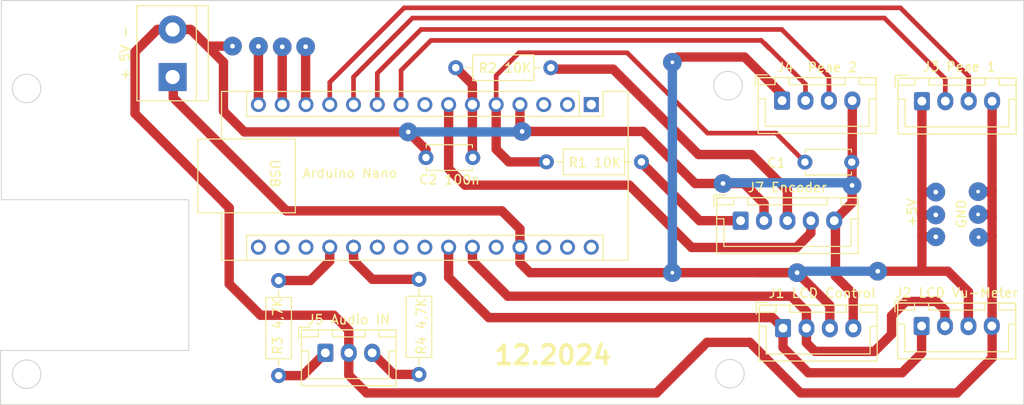
<source format=kicad_pcb>
(kicad_pcb (version 20211014) (generator pcbnew)
  (layers (0 "F.Cu" signal) (31 "B.Cu" signal) (34 "B.Paste" user) (35 "F.Paste" user) (36 "B.SilkS" user "B.Silkscreen") (37 "F.SilkS" user "F.Silkscreen") (38 "B.Mask" user) (39 "F.Mask" user) (44 "Edge.Cuts" user))
  (net 0 "")
  (net 4 "GNDREF")
  (net 5 "Net-(A1-Pad5)")
  (net 6 "Net-(A1-Pad6)")
  (net 7 "Net-(A1-Pad7)")
  (net 9 "Net-(A1-Pad9)")
  (net 10 "Net-(A1-Pad10)")
  (net 11 "Net-(A1-Pad11)")
  (net 12 "Net-(A1-Pad12)")
  (net 13 "Net-(A1-Pad13)")
  (net 14 "Net-(A1-Pad14)")
  (net 15 "unconnected-(A1-Pad15)")
  (net 19 "Net-(A1-Pad19)")
  (net 20 "Net-(A1-Pad20)")
  (net 24 "Net-(A1-Pad24)")
  (net 25 "Net-(A1-Pad25)")
  (net 27 "+5V")
  (net 30 "Net-(J5-Pad1)")
  (net 31 "Net-(J5-Pad3)")
  (net 32 "Net-(R1-Pad1)")
  (net 33 "Net-(R2-Pad1)")
  (footprint "Capacitor_THT:C_Disc_D4.7mm_W2.5mm_P5.00mm" (layer "F.Cu") (at 98.7952 32.78795)
    (fp_text reference "C2 100n" (at 2.5 2.36565) (layer "F.SilkS"))
    (fp_text value "100n")
    (fp_line (start 0.03 -1.37) (end 0.03 -1.055) (layer "F.SilkS") (width 0.12))
    (fp_line (start 4.97 -1.37) (end 4.97 -1.055) (layer "F.SilkS") (width 0.12))
    (fp_line (start 0.03 1.37) (end 4.97 1.37) (layer "F.SilkS") (width 0.12))
    (fp_line (start 0.03 -1.37) (end 4.97 -1.37) (layer "F.SilkS") (width 0.12))
    (fp_line (start 4.97 1.055) (end 4.97 1.37) (layer "F.SilkS") (width 0.12))
    (fp_line (start 0.03 1.055) (end 0.03 1.37) (layer "F.SilkS") (width 0.12))
    (pad "1" thru_hole circle (at 0 0) (size 1.6 1.6) (drill 0.8) (layers *.Cu *.Mask) (net 4 "GNDREF"))
    (pad "2" thru_hole circle (at 5 0) (size 1.6 1.6) (drill 0.8) (layers *.Cu *.Mask) (net 6 "Net-(A1-Pad6)"))
  )
  (footprint "Connector_JST:JST_XH_B4B-XH-A_1x04_P2.50mm_Vertical" (layer "F.Cu") (at 136.8444 26.6992)
    (fp_text reference "J4  Реле 2" (at 3.75 -3.55) (layer "F.SilkS"))
    (fp_text value "Реле 2")
    (fp_line (start 10.06 -2.46) (end -2.56 -2.46) (layer "F.SilkS") (width 0.12))
    (fp_line (start -2.85 -2.75) (end -2.85 -1.5) (layer "F.SilkS") (width 0.12))
    (fp_line (start -2.55 -0.2) (end -1.8 -0.2) (layer "F.SilkS") (width 0.12))
    (fp_line (start -0.75 -2.45) (end -2.55 -2.45) (layer "F.SilkS") (width 0.12))
    (fp_line (start 6.75 -1.7) (end 6.75 -2.45) (layer "F.SilkS") (width 0.12))
    (fp_line (start -2.56 -2.46) (end -2.56 3.51) (layer "F.SilkS") (width 0.12))
    (fp_line (start -2.55 -2.45) (end -2.55 -1.7) (layer "F.SilkS") (width 0.12))
    (fp_line (start 10.05 -2.45) (end 8.25 -2.45) (layer "F.SilkS") (width 0.12))
    (fp_line (start -0.75 -1.7) (end -0.75 -2.45) (layer "F.SilkS") (width 0.12))
    (fp_line (start -1.6 -2.75) (end -2.85 -2.75) (layer "F.SilkS") (width 0.12))
    (fp_line (start 0.75 -2.45) (end 0.75 -1.7) (layer "F.SilkS") (width 0.12))
    (fp_line (start -1.8 2.75) (end 3.75 2.75) (layer "F.SilkS") (width 0.12))
    (fp_line (start 8.25 -2.45) (end 8.25 -1.7) (layer "F.SilkS") (width 0.12))
    (fp_line (start 9.3 -0.2) (end 9.3 2.75) (layer "F.SilkS") (width 0.12))
    (fp_line (start 0.75 -1.7) (end 6.75 -1.7) (layer "F.SilkS") (width 0.12))
    (fp_line (start -1.8 -0.2) (end -1.8 2.75) (layer "F.SilkS") (width 0.12))
    (fp_line (start 10.05 -1.7) (end 10.05 -2.45) (layer "F.SilkS") (width 0.12))
    (fp_line (start 8.25 -1.7) (end 10.05 -1.7) (layer "F.SilkS") (width 0.12))
    (fp_line (start -2.56 3.51) (end 10.06 3.51) (layer "F.SilkS") (width 0.12))
    (fp_line (start 10.06 3.51) (end 10.06 -2.46) (layer "F.SilkS") (width 0.12))
    (fp_line (start 6.75 -2.45) (end 0.75 -2.45) (layer "F.SilkS") (width 0.12))
    (fp_line (start -2.55 -1.7) (end -0.75 -1.7) (layer "F.SilkS") (width 0.12))
    (fp_line (start 9.3 2.75) (end 3.75 2.75) (layer "F.SilkS") (width 0.12))
    (fp_line (start 10.05 -0.2) (end 9.3 -0.2) (layer "F.SilkS") (width 0.12))
    (pad "1" thru_hole roundrect (at 0 0) (size 1.7 1.95) (drill 0.95) (layers *.Cu *.Mask) (roundrect_rratio 0.1470588235) (net 27 "+5V"))
    (pad "2" thru_hole oval (at 2.5 0) (size 1.7 1.95) (drill 0.95) (layers *.Cu *.Mask) (net 9 "Net-(A1-Pad9)"))
    (pad "3" thru_hole oval (at 5 0) (size 1.7 1.95) (drill 0.95) (layers *.Cu *.Mask) (net 10 "Net-(A1-Pad10)"))
    (pad "4" thru_hole oval (at 7.5 0) (size 1.7 1.95) (drill 0.95) (layers *.Cu *.Mask) (net 4 "GNDREF"))
  )
  (footprint "Resistor_THT:R_Axial_DIN0207_L6.3mm_D2.5mm_P10.16mm_Horizontal" (layer "F.Cu") (at 98.044 55.95275 90)
    (fp_text reference "R4 4,7K" (at 5.15275 0.254 90) (layer "F.SilkS"))
    (fp_text value "4,7K")
    (fp_line (start 8.35 -1.37) (end 1.81 -1.37) (layer "F.SilkS") (width 0.12))
    (fp_line (start 1.04 0) (end 1.81 0) (layer "F.SilkS") (width 0.12))
    (fp_line (start 1.81 -1.37) (end 1.81 1.37) (layer "F.SilkS") (width 0.12))
    (fp_line (start 8.35 1.37) (end 8.35 -1.37) (layer "F.SilkS") (width 0.12))
    (fp_line (start 9.12 0) (end 8.35 0) (layer "F.SilkS") (width 0.12))
    (fp_line (start 1.81 1.37) (end 8.35 1.37) (layer "F.SilkS") (width 0.12))
    (pad "1" thru_hole circle (at 0 0 90) (size 1.6 1.6) (drill 0.8) (layers *.Cu *.Mask) (net 31 "Net-(J5-Pad3)"))
    (pad "2" thru_hole oval (at 10.16 0 90) (size 1.6 1.6) (drill 0.8) (layers *.Cu *.Mask) (net 20 "Net-(A1-Pad20)"))
  )
  (footprint "Capacitor_THT:C_Disc_D4.7mm_W2.5mm_P5.00mm" (layer "F.Cu") (at 139.2828 33.274)
    (fp_text reference "C1" (at -3.0372 0.07965) (layer "F.SilkS"))
    (fp_text value "100n")
    (fp_line (start 4.97 -1.37) (end 4.97 -1.055) (layer "F.SilkS") (width 0.12))
    (fp_line (start 0.03 -1.37) (end 0.03 -1.055) (layer "F.SilkS") (width 0.12))
    (fp_line (start 4.97 1.055) (end 4.97 1.37) (layer "F.SilkS") (width 0.12))
    (fp_line (start 0.03 -1.37) (end 4.97 -1.37) (layer "F.SilkS") (width 0.12))
    (fp_line (start 0.03 1.055) (end 0.03 1.37) (layer "F.SilkS") (width 0.12))
    (fp_line (start 0.03 1.37) (end 4.97 1.37) (layer "F.SilkS") (width 0.12))
    (pad "1" thru_hole circle (at 0 0) (size 1.6 1.6) (drill 0.8) (layers *.Cu *.Mask) (net 5 "Net-(A1-Pad5)"))
    (pad "2" thru_hole circle (at 5 0) (size 1.6 1.6) (drill 0.8) (layers *.Cu *.Mask) (net 4 "GNDREF"))
  )
  (footprint "Connector_JST:JST_XH_B4B-XH-A_1x04_P2.50mm_Vertical" (layer "F.Cu") (at 136.946 51.0101)
    (fp_text reference "J1 LCD Control" (at 4.190302 -3.737) (layer "F.SilkS"))
    (fp_text value "LCD1602-1")
    (fp_line (start 6.75 -2.45) (end 0.75 -2.45) (layer "F.SilkS") (width 0.12))
    (fp_line (start -2.56 -2.46) (end -2.56 3.51) (layer "F.SilkS") (width 0.12))
    (fp_line (start -2.55 -0.2) (end -1.8 -0.2) (layer "F.SilkS") (width 0.12))
    (fp_line (start 9.3 -0.2) (end 9.3 2.75) (layer "F.SilkS") (width 0.12))
    (fp_line (start -2.85 -2.75) (end -2.85 -1.5) (layer "F.SilkS") (width 0.12))
    (fp_line (start 10.05 -1.7) (end 10.05 -2.45) (layer "F.SilkS") (width 0.12))
    (fp_line (start 6.75 -1.7) (end 6.75 -2.45) (layer "F.SilkS") (width 0.12))
    (fp_line (start -1.6 -2.75) (end -2.85 -2.75) (layer "F.SilkS") (width 0.12))
    (fp_line (start -2.56 3.51) (end 10.06 3.51) (layer "F.SilkS") (width 0.12))
    (fp_line (start 10.06 3.51) (end 10.06 -2.46) (layer "F.SilkS") (width 0.12))
    (fp_line (start -2.55 -1.7) (end -0.75 -1.7) (layer "F.SilkS") (width 0.12))
    (fp_line (start -1.8 -0.2) (end -1.8 2.75) (layer "F.SilkS") (width 0.12))
    (fp_line (start -0.75 -1.7) (end -0.75 -2.45) (layer "F.SilkS") (width 0.12))
    (fp_line (start 10.06 -2.46) (end -2.56 -2.46) (layer "F.SilkS") (width 0.12))
    (fp_line (start 10.05 -0.2) (end 9.3 -0.2) (layer "F.SilkS") (width 0.12))
    (fp_line (start 8.25 -1.7) (end 10.05 -1.7) (layer "F.SilkS") (width 0.12))
    (fp_line (start 0.75 -1.7) (end 6.75 -1.7) (layer "F.SilkS") (width 0.12))
    (fp_line (start -1.8 2.75) (end 3.75 2.75) (layer "F.SilkS") (width 0.12))
    (fp_line (start -0.75 -2.45) (end -2.55 -2.45) (layer "F.SilkS") (width 0.12))
    (fp_line (start 0.75 -2.45) (end 0.75 -1.7) (layer "F.SilkS") (width 0.12))
    (fp_line (start 10.05 -2.45) (end 8.25 -2.45) (layer "F.SilkS") (width 0.12))
    (fp_line (start -2.55 -2.45) (end -2.55 -1.7) (layer "F.SilkS") (width 0.12))
    (fp_line (start 9.3 2.75) (end 3.75 2.75) (layer "F.SilkS") (width 0.12))
    (fp_line (start 8.25 -2.45) (end 8.25 -1.7) (layer "F.SilkS") (width 0.12))
    (pad "1" thru_hole roundrect (at 0 0) (size 1.7 1.95) (drill 0.95) (layers *.Cu *.Mask) (roundrect_rratio 0.1470588235) (net 24 "Net-(A1-Pad24)"))
    (pad "2" thru_hole oval (at 2.5 0) (size 1.7 1.95) (drill 0.95) (layers *.Cu *.Mask) (net 25 "Net-(A1-Pad25)"))
    (pad "3" thru_hole oval (at 5 0) (size 1.7 1.95) (drill 0.95) (layers *.Cu *.Mask) (net 27 "+5V"))
    (pad "4" thru_hole oval (at 7.5 0) (size 1.7 1.95) (drill 0.95) (layers *.Cu *.Mask) (net 4 "GNDREF"))
  )
  (footprint "Resistor_THT:R_Axial_DIN0207_L6.3mm_D2.5mm_P10.16mm_Horizontal" (layer "F.Cu") (at 83.058 56.07975 90)
    (fp_text reference "R3 4,7K" (at 5.27975 -0.1016 90) (layer "F.SilkS"))
    (fp_text value "4,7K")
    (fp_line (start 1.81 -1.37) (end 1.81 1.37) (layer "F.SilkS") (width 0.12))
    (fp_line (start 9.12 0) (end 8.35 0) (layer "F.SilkS") (width 0.12))
    (fp_line (start 8.35 1.37) (end 8.35 -1.37) (layer "F.SilkS") (width 0.12))
    (fp_line (start 1.04 0) (end 1.81 0) (layer "F.SilkS") (width 0.12))
    (fp_line (start 1.81 1.37) (end 8.35 1.37) (layer "F.SilkS") (width 0.12))
    (fp_line (start 8.35 -1.37) (end 1.81 -1.37) (layer "F.SilkS") (width 0.12))
    (pad "1" thru_hole circle (at 0 0 90) (size 1.6 1.6) (drill 0.8) (layers *.Cu *.Mask) (net 30 "Net-(J5-Pad1)"))
    (pad "2" thru_hole oval (at 10.16 0 90) (size 1.6 1.6) (drill 0.8) (layers *.Cu *.Mask) (net 19 "Net-(A1-Pad19)"))
  )
  (footprint "TerminalBlock:TerminalBlock_bornier-2_P5.08mm" (layer "F.Cu") (at 71.7296 24.1808 90)
    (fp_text reference "+ 5V -" (at 2.54 -5.08 90) (layer "F.SilkS"))
    (fp_text value "5V")
    (fp_line (start -2.54 -3.81) (end -2.54 3.81) (layer "F.SilkS") (width 0.12))
    (fp_line (start 7.62 -3.81) (end -2.54 -3.81) (layer "F.SilkS") (width 0.12))
    (fp_line (start 7.62 3.81) (end 7.62 -3.81) (layer "F.SilkS") (width 0.12))
    (fp_line (start -2.54 3.81) (end 7.62 3.81) (layer "F.SilkS") (width 0.12))
    (fp_line (start 7.62 2.54) (end -2.54 2.54) (layer "F.SilkS") (width 0.12))
    (pad "1" thru_hole rect (at 0 0 90) (size 3 3) (drill 1.52) (layers *.Cu *.Mask) (net 27 "+5V"))
    (pad "2" thru_hole circle (at 5.08 0 90) (size 3 3) (drill 1.52) (layers *.Cu *.Mask) (net 4 "GNDREF"))
  )
  (footprint "Connector_JST:JST_XH_B4B-XH-A_1x04_P2.50mm_Vertical" (layer "F.Cu") (at 151.7488 50.783)
    (fp_text reference "J2 LCD Vu-Meter" (at 3.75 -3.55) (layer "F.SilkS"))
    (fp_text value "LCD1602-2")
    (fp_line (start -2.55 -0.2) (end -1.8 -0.2) (layer "F.SilkS") (width 0.12))
    (fp_line (start -0.75 -1.7) (end -0.75 -2.45) (layer "F.SilkS") (width 0.12))
    (fp_line (start -1.8 -0.2) (end -1.8 2.75) (layer "F.SilkS") (width 0.12))
    (fp_line (start 10.06 -2.46) (end -2.56 -2.46) (layer "F.SilkS") (width 0.12))
    (fp_line (start 6.75 -2.45) (end 0.75 -2.45) (layer "F.SilkS") (width 0.12))
    (fp_line (start 10.05 -0.2) (end 9.3 -0.2) (layer "F.SilkS") (width 0.12))
    (fp_line (start -0.75 -2.45) (end -2.55 -2.45) (layer "F.SilkS") (width 0.12))
    (fp_line (start 0.75 -2.45) (end 0.75 -1.7) (layer "F.SilkS") (width 0.12))
    (fp_line (start -1.8 2.75) (end 3.75 2.75) (layer "F.SilkS") (width 0.12))
    (fp_line (start 0.75 -1.7) (end 6.75 -1.7) (layer "F.SilkS") (width 0.12))
    (fp_line (start 9.3 2.75) (end 3.75 2.75) (layer "F.SilkS") (width 0.12))
    (fp_line (start 10.06 3.51) (end 10.06 -2.46) (layer "F.SilkS") (width 0.12))
    (fp_line (start 10.05 -1.7) (end 10.05 -2.45) (layer "F.SilkS") (width 0.12))
    (fp_line (start -2.85 -2.75) (end -2.85 -1.5) (layer "F.SilkS") (width 0.12))
    (fp_line (start 8.25 -2.45) (end 8.25 -1.7) (layer "F.SilkS") (width 0.12))
    (fp_line (start -2.55 -1.7) (end -0.75 -1.7) (layer "F.SilkS") (width 0.12))
    (fp_line (start -2.55 -2.45) (end -2.55 -1.7) (layer "F.SilkS") (width 0.12))
    (fp_line (start 9.3 -0.2) (end 9.3 2.75) (layer "F.SilkS") (width 0.12))
    (fp_line (start -2.56 -2.46) (end -2.56 3.51) (layer "F.SilkS") (width 0.12))
    (fp_line (start -2.56 3.51) (end 10.06 3.51) (layer "F.SilkS") (width 0.12))
    (fp_line (start 6.75 -1.7) (end 6.75 -2.45) (layer "F.SilkS") (width 0.12))
    (fp_line (start 10.05 -2.45) (end 8.25 -2.45) (layer "F.SilkS") (width 0.12))
    (fp_line (start -1.6 -2.75) (end -2.85 -2.75) (layer "F.SilkS") (width 0.12))
    (fp_line (start 8.25 -1.7) (end 10.05 -1.7) (layer "F.SilkS") (width 0.12))
    (pad "1" thru_hole roundrect (at 0 0) (size 1.7 1.95) (drill 0.95) (layers *.Cu *.Mask) (roundrect_rratio 0.1470588235) (net 24 "Net-(A1-Pad24)"))
    (pad "2" thru_hole oval (at 2.5 0) (size 1.7 1.95) (drill 0.95) (layers *.Cu *.Mask) (net 25 "Net-(A1-Pad25)"))
    (pad "3" thru_hole oval (at 5 0) (size 1.7 1.95) (drill 0.95) (layers *.Cu *.Mask) (net 27 "+5V"))
    (pad "4" thru_hole oval (at 7.5 0) (size 1.7 1.95) (drill 0.95) (layers *.Cu *.Mask) (net 4 "GNDREF"))
  )
  (footprint "Module:Arduino_Nano" (layer "F.Cu") (at 116.459 27.12375 -90)
    (fp_text reference "Arduino Nano" (at 7.31865 25.781) (layer "F.SilkS"))
    (fp_text value "Arduino_Nano_v3.x")
    (fp_text user "USB" (at 7.36945 33.8074 -90 unlocked) (layer "F.SilkS"))
    (fp_line (start 3.68 42.04) (end 3.68 31.62) (layer "F.SilkS") (width 0.12))
    (fp_line (start 13.97 36.83) (end 16.64 36.83) (layer "F.SilkS") (width 0.12))
    (fp_line (start 13.97 -1.27) (end 13.97 36.83) (layer "F.SilkS") (width 0.12))
    (fp_line (start 1.27 36.83) (end -1.4 36.83) (layer "F.SilkS") (width 0.12))
    (fp_line (start -1.4 -3.94) (end -1.4 -1.27) (layer "F.SilkS") (width 0.12))
    (fp_line (start 16.64 39.5) (end 16.64 -3.94) (layer "F.SilkS") (width 0.12))
    (fp_line (start 16.64 39.5) (end 11.56 39.5) (layer "F.SilkS") (width 0.12))
    (fp_line (start 1.27 1.27) (end 1.27 36.83) (layer "F.SilkS") (width 0.12))
    (fp_line (start 13.97 -1.27) (end 16.64 -1.27) (layer "F.SilkS") (width 0.12))
    (fp_line (start -1.4 39.5) (end 3.68 39.5) (layer "F.SilkS") (width 0.12))
    (fp_line (start 1.27 1.27) (end -1.4 1.27) (layer "F.SilkS") (width 0.12))
    (fp_line (start 16.64 -3.94) (end -1.4 -3.94) (layer "F.SilkS") (width 0.12))
    (fp_line (start 11.56 31.62) (end 11.56 42.04) (layer "F.SilkS") (width 0.12))
    (fp_line (start 1.27 1.27) (end 1.27 -1.27) (layer "F.SilkS") (width 0.12))
    (fp_line (start 1.27 -1.27) (end -1.4 -1.27) (layer "F.SilkS") (width 0.12))
    (fp_line (start 3.68 31.62) (end 11.56 31.62) (layer "F.SilkS") (width 0.12))
    (fp_line (start 11.56 42.04) (end 3.68 42.04) (layer "F.SilkS") (width 0.12))
    (fp_line (start -1.4 1.27) (end -1.4 39.5) (layer "F.SilkS") (width 0.12))
    (pad "1" thru_hole rect (at 0 0 270) (size 1.6 1.6) (drill 1) (layers *.Cu *.Mask))
    (pad "2" thru_hole oval (at 0 2.54 270) (size 1.6 1.6) (drill 1) (layers *.Cu *.Mask))
    (pad "3" thru_hole oval (at 0 5.08 270) (size 1.6 1.6) (drill 1) (layers *.Cu *.Mask))
    (pad "4" thru_hole oval (at 0 7.62 270) (size 1.6 1.6) (drill 1) (layers *.Cu *.Mask) (net 4 "GNDREF"))
    (pad "5" thru_hole oval (at 0 10.16 270) (size 1.6 1.6) (drill 1) (layers *.Cu *.Mask) (net 5 "Net-(A1-Pad5)"))
    (pad "6" thru_hole oval (at 0 12.7 270) (size 1.6 1.6) (drill 1) (layers *.Cu *.Mask) (net 6 "Net-(A1-Pad6)"))
    (pad "7" thru_hole oval (at 0 15.24 270) (size 1.6 1.6) (drill 1) (layers *.Cu *.Mask) (net 7 "Net-(A1-Pad7)"))
    (pad "8" thru_hole oval (at 0 17.78 270) (size 1.6 1.6) (drill 1) (layers *.Cu *.Mask))
    (pad "9" thru_hole oval (at 0 20.32 270) (size 1.6 1.6) (drill 1) (layers *.Cu *.Mask) (net 9 "Net-(A1-Pad9)"))
    (pad "10" thru_hole oval (at 0 22.86 270) (size 1.6 1.6) (drill 1) (layers *.Cu *.Mask) (net 10 "Net-(A1-Pad10)"))
    (pad "11" thru_hole oval (at 0 25.4 270) (size 1.6 1.6) (drill 1) (layers *.Cu *.Mask) (net 11 "Net-(A1-Pad11)"))
    (pad "12" thru_hole oval (at 0 27.94 270) (size 1.6 1.6) (drill 1) (layers *.Cu *.Mask) (net 12 "Net-(A1-Pad12)"))
    (pad "13" thru_hole oval (at 0 30.48 270) (size 1.6 1.6) (drill 1) (layers *.Cu *.Mask) (net 13 "Net-(A1-Pad13)"))
    (pad "14" thru_hole oval (at 0 33.02 270) (size 1.6 1.6) (drill 1) (layers *.Cu *.Mask) (net 14 "Net-(A1-Pad14)"))
    (pad "15" thru_hole oval (at 0 35.56 270) (size 1.6 1.6) (drill 1) (layers *.Cu *.Mask) (net 15 "unconnected-(A1-Pad15)"))
    (pad "16" thru_hole oval (at 15.24 35.56 270) (size 1.6 1.6) (drill 1) (layers *.Cu *.Mask))
    (pad "17" thru_hole oval (at 15.24 33.02 270) (size 1.6 1.6) (drill 1) (layers *.Cu *.Mask))
    (pad "18" thru_hole oval (at 15.24 30.48 270) (size 1.6 1.6) (drill 1) (layers *.Cu *.Mask))
    (pad "19" thru_hole oval (at 15.24 27.94 270) (size 1.6 1.6) (drill 1) (layers *.Cu *.Mask) (net 19 "Net-(A1-Pad19)"))
    (pad "20" thru_hole oval (at 15.24 25.4 270) (size 1.6 1.6) (drill 1) (layers *.Cu *.Mask) (net 20 "Net-(A1-Pad20)"))
    (pad "21" thru_hole oval (at 15.24 22.86 270) (size 1.6 1.6) (drill 1) (layers *.Cu *.Mask))
    (pad "22" thru_hole oval (at 15.24 20.32 270) (size 1.6 1.6) (drill 1) (layers *.Cu *.Mask))
    (pad "23" thru_hole oval (at 15.24 17.78 270) (size 1.6 1.6) (drill 1) (layers *.Cu *.Mask))
    (pad "24" thru_hole oval (at 15.24 15.24 270) (size 1.6 1.6) (drill 1) (layers *.Cu *.Mask) (net 24 "Net-(A1-Pad24)"))
    (pad "25" thru_hole oval (at 15.24 12.7 270) (size 1.6 1.6) (drill 1) (layers *.Cu *.Mask) (net 25 "Net-(A1-Pad25)"))
    (pad "26" thru_hole oval (at 15.24 10.16 270) (size 1.6 1.6) (drill 1) (layers *.Cu *.Mask))
    (pad "27" thru_hole oval (at 15.24 7.62 270) (size 1.6 1.6) (drill 1) (layers *.Cu *.Mask) (net 27 "+5V"))
    (pad "28" thru_hole oval (at 15.24 5.08 270) (size 1.6 1.6) (drill 1) (layers *.Cu *.Mask))
    (pad "29" thru_hole oval (at 15.24 2.54 270) (size 1.6 1.6) (drill 1) (layers *.Cu *.Mask))
    (pad "30" thru_hole oval (at 15.24 0 270) (size 1.6 1.6) (drill 1) (layers *.Cu *.Mask))
  )
  (footprint "Connector_JST:JST_XH_B5B-XH-A_1x05_P2.50mm_Vertical" (layer "F.Cu") (at 132.414 39.52735)
    (fp_text reference "J7 Encoder" (at 5 -3.55) (layer "F.SilkS"))
    (fp_text value "Encoder")
    (fp_line (start -1.6 -2.75) (end -2.85 -2.75) (layer "F.SilkS") (width 0.12))
    (fp_line (start 0.75 -2.45) (end 0.75 -1.7) (layer "F.SilkS") (width 0.12))
    (fp_line (start 12.55 -2.45) (end 10.75 -2.45) (layer "F.SilkS") (width 0.12))
    (fp_line (start -2.56 3.51) (end 12.56 3.51) (layer "F.SilkS") (width 0.12))
    (fp_line (start -2.55 -1.7) (end -0.75 -1.7) (layer "F.SilkS") (width 0.12))
    (fp_line (start -1.8 -0.2) (end -1.8 2.75) (layer "F.SilkS") (width 0.12))
    (fp_line (start 9.25 -1.7) (end 9.25 -2.45) (layer "F.SilkS") (width 0.12))
    (fp_line (start -2.85 -2.75) (end -2.85 -1.5) (layer "F.SilkS") (width 0.12))
    (fp_line (start 12.56 -2.46) (end -2.56 -2.46) (layer "F.SilkS") (width 0.12))
    (fp_line (start -0.75 -1.7) (end -0.75 -2.45) (layer "F.SilkS") (width 0.12))
    (fp_line (start 10.75 -2.45) (end 10.75 -1.7) (layer "F.SilkS") (width 0.12))
    (fp_line (start -2.55 -0.2) (end -1.8 -0.2) (layer "F.SilkS") (width 0.12))
    (fp_line (start 9.25 -2.45) (end 0.75 -2.45) (layer "F.SilkS") (width 0.12))
    (fp_line (start -1.8 2.75) (end 5 2.75) (layer "F.SilkS") (width 0.12))
    (fp_line (start 10.75 -1.7) (end 12.55 -1.7) (layer "F.SilkS") (width 0.12))
    (fp_line (start 12.56 3.51) (end 12.56 -2.46) (layer "F.SilkS") (width 0.12))
    (fp_line (start -2.56 -2.46) (end -2.56 3.51) (layer "F.SilkS") (width 0.12))
    (fp_line (start 12.55 -0.2) (end 11.8 -0.2) (layer "F.SilkS") (width 0.12))
    (fp_line (start 11.8 2.75) (end 5 2.75) (layer "F.SilkS") (width 0.12))
    (fp_line (start -2.55 -2.45) (end -2.55 -1.7) (layer "F.SilkS") (width 0.12))
    (fp_line (start 12.55 -1.7) (end 12.55 -2.45) (layer "F.SilkS") (width 0.12))
    (fp_line (start -0.75 -2.45) (end -2.55 -2.45) (layer "F.SilkS") (width 0.12))
    (fp_line (start 11.8 -0.2) (end 11.8 2.75) (layer "F.SilkS") (width 0.12))
    (fp_line (start 0.75 -1.7) (end 9.25 -1.7) (layer "F.SilkS") (width 0.12))
    (pad "1" thru_hole roundrect (at 0 0) (size 1.7 1.95) (drill 0.95) (layers *.Cu *.Mask) (roundrect_rratio 0.1470588235) (net 32 "Net-(R1-Pad1)"))
    (pad "2" thru_hole oval (at 2.5 0) (size 1.7 1.95) (drill 0.95) (layers *.Cu *.Mask) (net 4 "GNDREF"))
    (pad "3" thru_hole oval (at 5 0) (size 1.7 1.95) (drill 0.95) (layers *.Cu *.Mask) (net 33 "Net-(R2-Pad1)"))
    (pad "4" thru_hole oval (at 7.5 0) (size 1.7 1.95) (drill 0.95) (layers *.Cu *.Mask) (net 7 "Net-(A1-Pad7)"))
    (pad "5" thru_hole oval (at 10 0) (size 1.7 1.95) (drill 0.95) (layers *.Cu *.Mask) (net 4 "GNDREF"))
  )
  (footprint "Connector_JST:JST_XH_B3B-XH-A_1x03_P2.50mm_Vertical" (layer "F.Cu") (at 88.051 53.64975)
    (fp_text reference "J5 Audio IN" (at 2.5 -3.55) (layer "F.SilkS"))
    (fp_text value "Audio IN")
    (fp_line (start 7.55 -0.2) (end 6.8 -0.2) (layer "F.SilkS") (width 0.12))
    (fp_line (start 6.8 -0.2) (end 6.8 2.75) (layer "F.SilkS") (width 0.12))
    (fp_line (start -2.55 -2.45) (end -2.55 -1.7) (layer "F.SilkS") (width 0.12))
    (fp_line (start -1.8 -0.2) (end -1.8 2.75) (layer "F.SilkS") (width 0.12))
    (fp_line (start -1.6 -2.75) (end -2.85 -2.75) (layer "F.SilkS") (width 0.12))
    (fp_line (start 6.8 2.75) (end 2.5 2.75) (layer "F.SilkS") (width 0.12))
    (fp_line (start 7.56 3.51) (end 7.56 -2.46) (layer "F.SilkS") (width 0.12))
    (fp_line (start 5.75 -2.45) (end 5.75 -1.7) (layer "F.SilkS") (width 0.12))
    (fp_line (start 4.25 -2.45) (end 0.75 -2.45) (layer "F.SilkS") (width 0.12))
    (fp_line (start -0.75 -1.7) (end -0.75 -2.45) (layer "F.SilkS") (width 0.12))
    (fp_line (start -0.75 -2.45) (end -2.55 -2.45) (layer "F.SilkS") (width 0.12))
    (fp_line (start 5.75 -1.7) (end 7.55 -1.7) (layer "F.SilkS") (width 0.12))
    (fp_line (start -2.85 -2.75) (end -2.85 -1.5) (layer "F.SilkS") (width 0.12))
    (fp_line (start 7.55 -2.45) (end 5.75 -2.45) (layer "F.SilkS") (width 0.12))
    (fp_line (start 7.56 -2.46) (end -2.56 -2.46) (layer "F.SilkS") (width 0.12))
    (fp_line (start 0.75 -2.45) (end 0.75 -1.7) (layer "F.SilkS") (width 0.12))
    (fp_line (start 4.25 -1.7) (end 4.25 -2.45) (layer "F.SilkS") (width 0.12))
    (fp_line (start -2.56 3.51) (end 7.56 3.51) (layer "F.SilkS") (width 0.12))
    (fp_line (start 0.75 -1.7) (end 4.25 -1.7) (layer "F.SilkS") (width 0.12))
    (fp_line (start -2.55 -0.2) (end -1.8 -0.2) (layer "F.SilkS") (width 0.12))
    (fp_line (start 7.55 -1.7) (end 7.55 -2.45) (layer "F.SilkS") (width 0.12))
    (fp_line (start -2.56 -2.46) (end -2.56 3.51) (layer "F.SilkS") (width 0.12))
    (fp_line (start -2.55 -1.7) (end -0.75 -1.7) (layer "F.SilkS") (width 0.12))
    (fp_line (start -1.8 2.75) (end 2.5 2.75) (layer "F.SilkS") (width 0.12))
    (pad "1" thru_hole roundrect (at 0 0) (size 1.7 1.95) (drill 0.95) (layers *.Cu *.Mask) (roundrect_rratio 0.1470588235) (net 30 "Net-(J5-Pad1)"))
    (pad "2" thru_hole oval (at 2.5 0) (size 1.7 1.95) (drill 0.95) (layers *.Cu *.Mask) (net 4 "GNDREF"))
    (pad "3" thru_hole oval (at 5 0) (size 1.7 1.95) (drill 0.95) (layers *.Cu *.Mask) (net 31 "Net-(J5-Pad3)"))
  )
  (footprint "Resistor_THT:R_Axial_DIN0207_L6.3mm_D2.5mm_P10.16mm_Horizontal" (layer "F.Cu") (at 112.141 23.18675 180)
    (fp_text reference "R2 10K" (at 4.9022 -0.02885) (layer "F.SilkS"))
    (fp_text value "10K")
    (fp_line (start 1.04 0) (end 1.81 0) (layer "F.SilkS") (width 0.12))
    (fp_line (start 8.35 1.37) (end 8.35 -1.37) (layer "F.SilkS") (width 0.12))
    (fp_line (start 1.81 -1.37) (end 1.81 1.37) (layer "F.SilkS") (width 0.12))
    (fp_line (start 1.81 1.37) (end 8.35 1.37) (layer "F.SilkS") (width 0.12))
    (fp_line (start 8.35 -1.37) (end 1.81 -1.37) (layer "F.SilkS") (width 0.12))
    (fp_line (start 9.12 0) (end 8.35 0) (layer "F.SilkS") (width 0.12))
    (pad "1" thru_hole circle (at 0 0 180) (size 1.6 1.6) (drill 0.8) (layers *.Cu *.Mask) (net 33 "Net-(R2-Pad1)"))
    (pad "2" thru_hole oval (at 10.16 0 180) (size 1.6 1.6) (drill 0.8) (layers *.Cu *.Mask) (net 6 "Net-(A1-Pad6)"))
  )
  (footprint "Connector_JST:JST_XH_B4B-XH-A_1x04_P2.50mm_Vertical" (layer "F.Cu") (at 151.7812 26.7569)
    (fp_text reference "J3 Реле 1" (at 4.0132 -3.67955) (layer "F.SilkS"))
    (fp_text value "Реле 1")
    (fp_line (start 10.05 -2.45) (end 8.25 -2.45) (layer "F.SilkS") (width 0.12))
    (fp_line (start -2.55 -0.2) (end -1.8 -0.2) (layer "F.SilkS") (width 0.12))
    (fp_line (start 10.06 3.51) (end 10.06 -2.46) (layer "F.SilkS") (width 0.12))
    (fp_line (start 10.05 -0.2) (end 9.3 -0.2) (layer "F.SilkS") (width 0.12))
    (fp_line (start -1.8 2.75) (end 3.75 2.75) (layer "F.SilkS") (width 0.12))
    (fp_line (start -2.55 -1.7) (end -0.75 -1.7) (layer "F.SilkS") (width 0.12))
    (fp_line (start -1.6 -2.75) (end -2.85 -2.75) (layer "F.SilkS") (width 0.12))
    (fp_line (start -2.55 -2.45) (end -2.55 -1.7) (layer "F.SilkS") (width 0.12))
    (fp_line (start 0.75 -2.45) (end 0.75 -1.7) (layer "F.SilkS") (width 0.12))
    (fp_line (start 10.05 -1.7) (end 10.05 -2.45) (layer "F.SilkS") (width 0.12))
    (fp_line (start 6.75 -2.45) (end 0.75 -2.45) (layer "F.SilkS") (width 0.12))
    (fp_line (start 9.3 2.75) (end 3.75 2.75) (layer "F.SilkS") (width 0.12))
    (fp_line (start 0.75 -1.7) (end 6.75 -1.7) (layer "F.SilkS") (width 0.12))
    (fp_line (start -2.56 -2.46) (end -2.56 3.51) (layer "F.SilkS") (width 0.12))
    (fp_line (start 8.25 -1.7) (end 10.05 -1.7) (layer "F.SilkS") (width 0.12))
    (fp_line (start -1.8 -0.2) (end -1.8 2.75) (layer "F.SilkS") (width 0.12))
    (fp_line (start 8.25 -2.45) (end 8.25 -1.7) (layer "F.SilkS") (width 0.12))
    (fp_line (start -0.75 -2.45) (end -2.55 -2.45) (layer "F.SilkS") (width 0.12))
    (fp_line (start 6.75 -1.7) (end 6.75 -2.45) (layer "F.SilkS") (width 0.12))
    (fp_line (start 10.06 -2.46) (end -2.56 -2.46) (layer "F.SilkS") (width 0.12))
    (fp_line (start 9.3 -0.2) (end 9.3 2.75) (layer "F.SilkS") (width 0.12))
    (fp_line (start -0.75 -1.7) (end -0.75 -2.45) (layer "F.SilkS") (width 0.12))
    (fp_line (start -2.56 3.51) (end 10.06 3.51) (layer "F.SilkS") (width 0.12))
    (fp_line (start -2.85 -2.75) (end -2.85 -1.5) (layer "F.SilkS") (width 0.12))
    (pad "1" thru_hole roundrect (at 0 0) (size 1.7 1.95) (drill 0.95) (layers *.Cu *.Mask) (roundrect_rratio 0.1470588235) (net 27 "+5V"))
    (pad "2" thru_hole oval (at 2.5 0) (size 1.7 1.95) (drill 0.95) (layers *.Cu *.Mask) (net 11 "Net-(A1-Pad11)"))
    (pad "3" thru_hole oval (at 5 0) (size 1.7 1.95) (drill 0.95) (layers *.Cu *.Mask) (net 12 "Net-(A1-Pad12)"))
    (pad "4" thru_hole oval (at 7.5 0) (size 1.7 1.95) (drill 0.95) (layers *.Cu *.Mask) (net 4 "GNDREF"))
  )
  (footprint "Resistor_THT:R_Axial_DIN0207_L6.3mm_D2.5mm_P10.16mm_Horizontal" (layer "F.Cu") (at 121.8184 33.24515 180)
    (fp_text reference "R1 10K" (at 4.9784 -0.07965) (layer "F.SilkS"))
    (fp_text value "10K")
    (fp_line (start 9.12 0) (end 8.35 0) (layer "F.SilkS") (width 0.12))
    (fp_line (start 1.04 0) (end 1.81 0) (layer "F.SilkS") (width 0.12))
    (fp_line (start 8.35 -1.37) (end 1.81 -1.37) (layer "F.SilkS") (width 0.12))
    (fp_line (start 8.35 1.37) (end 8.35 -1.37) (layer "F.SilkS") (width 0.12))
    (fp_line (start 1.81 1.37) (end 8.35 1.37) (layer "F.SilkS") (width 0.12))
    (fp_line (start 1.81 -1.37) (end 1.81 1.37) (layer "F.SilkS") (width 0.12))
    (pad "1" thru_hole circle (at 0 0 180) (size 1.6 1.6) (drill 0.8) (layers *.Cu *.Mask) (net 32 "Net-(R1-Pad1)"))
    (pad "2" thru_hole oval (at 10.16 0 180) (size 1.6 1.6) (drill 0.8) (layers *.Cu *.Mask) (net 5 "Net-(A1-Pad5)"))
  )
  (gr_circle (center 56.134 55.9308) (end 56.896 57.2516) (layer "Edge.Cuts") (width 0.1) (fill none))
  (gr_line (start 53.4416 16.002) (end 162.6616 16.002) (layer "Edge.Cuts") (width 0.1))
  (gr_line (start 73.4568 53.3908) (end 53.34 53.3908) (layer "Edge.Cuts") (width 0.1))
  (gr_circle (center 131.064 25.0952) (end 131.826 26.416) (layer "Edge.Cuts") (width 0.1) (fill none))
  (gr_line (start 53.4416 37.2872) (end 53.4416 16.002) (layer "Edge.Cuts") (width 0.1))
  (gr_line (start 162.6616 16.002) (end 162.6616 59.182) (layer "Edge.Cuts") (width 0.1))
  (gr_line (start 162.6616 59.182) (end 53.34 59.182) (layer "Edge.Cuts") (width 0.1))
  (gr_line (start 53.34 59.182) (end 53.34 53.3908) (layer "Edge.Cuts") (width 0.1))
  (gr_line (start 53.4416 37.2872) (end 73.406 37.2872) (layer "Edge.Cuts") (width 0.1))
  (gr_circle (center 56.134 25.4) (end 56.896 26.7208) (layer "Edge.Cuts") (width 0.1) (fill none))
  (gr_circle (center 131.2672 55.88) (end 132.0292 57.2008) (layer "Edge.Cuts") (width 0.1) (fill none))
  (gr_line (start 73.4568 37.338) (end 73.4568 53.3908) (layer "Edge.Cuts") (width 0.1))
  (gr_text "12.2024" (at 112.3696 53.8988) (layer "F.SilkS") (effects (font (size 2 2) (thickness 0.4))))
  (gr_text "+5V" (at 150.7236 38.6588 90) (layer "F.SilkS") (effects (font (size 1 1))))
  (gr_text "GND" (at 156.0068 38.8112 90) (layer "F.SilkS") (effects (font (size 1 1))))
  (segment (start 158.9488 38.862) (end 159.2812 39.1944) (width 0.25) (layer "F.Cu") (net 4))
  (segment (start 142.414 39.52735) (end 142.5448 39.65815) (width 1) (layer "F.Cu") (net 4))
  (segment (start 77.7748 38.1508) (end 77.7748 38.4556) (width 1) (layer "F.Cu") (net 4))
  (segment (start 133.4008 52.5272) (end 138.80755 57.93395) (width 1) (layer "F.Cu") (net 4))
  (segment (start 98.7952 31.93895) (end 96.901 30.04475) (width 1) (layer "F.Cu") (net 4))
  (segment (start 159.2812 41.1248) (end 159.2812 39.1944) (width 1) (layer "F.Cu") (net 4))
  (segment (start 67.7164 21.4884) (end 67.7164 28.0924) (width 1) (layer "F.Cu") (net 4))
  (segment (start 90.551 56.02895) (end 92.456 57.93395) (width 1) (layer "F.Cu") (net 4))
  (segment (start 142.3016 39.41495) (end 142.414 39.52735) (width 0.25) (layer "F.Cu") (net 4))
  (segment (start 159.2812 39.1944) (end 159.2812 36.3452) (width 1) (layer "F.Cu") (net 4))
  (segment (start 138.80755 57.93395) (end 155.52765 57.93395) (width 1) (layer "F.Cu") (net 4))
  (segment (start 159.2812 54.1804) (end 159.2812 41.1248) (width 1) (layer "F.Cu") (net 4))
  (segment (start 108.839 29.76535) (end 108.839 27.12375) (width 1) (layer "F.Cu") (net 4))
  (segment (start 70.104 19.1008) (end 67.7164 21.4884) (width 1) (layer "F.Cu") (net 4))
  (segment (start 142.5448 39.65815) (end 142.5448 45.466) (width 1) (layer "F.Cu") (net 4))
  (segment (start 77.7748 38.1508) (end 77.7748 46.2788) (width 1) (layer "F.Cu") (net 4))
  (segment (start 144.2828 33.274) (end 144.3228 33.314) (width 1) (layer "F.Cu") (net 4))
  (segment (start 73.66 19.1008) (end 71.7296 19.1008) (width 1) (layer "F.Cu") (net 4))
  (segment (start 78.1304 20.8788) (end 75.7936 20.8788) (width 1) (layer "F.Cu") (net 4))
  (segment (start 144.3444 26.6992) (end 144.3444 33.2124) (width 1) (layer "F.Cu") (net 4))
  (segment (start 134.9248 37.71555) (end 134.914 37.72635) (width 0.25) (layer "F.Cu") (net 4))
  (segment (start 144.3444 33.2124) (end 144.2828 33.274) (width 1) (layer "F.Cu") (net 4))
  (segment (start 71.7296 19.1008) (end 70.104 19.1008) (width 1) (layer "F.Cu") (net 4))
  (segment (start 90.551 51.2318) (end 90.551 53.64975) (width 1) (layer "F.Cu") (net 4))
  (segment (start 79.399 30.04475) (end 77.1652 27.81095) (width 1) (layer "F.Cu") (net 4))
  (segment (start 144.3228 37.61855) (end 142.414 39.52735) (width 1) (layer "F.Cu") (net 4))
  (segment (start 134.914 37.72635) (end 134.914 39.52735) (width 1) (layer "F.Cu") (net 4))
  (segment (start 99.1508 32.83875) (end 98.846 32.83875) (width 0.25) (layer "F.Cu") (net 4))
  (segment (start 77.1652 22.606) (end 75.6158 21.0566) (width 1) (layer "F.Cu") (net 4))
  (segment (start 81.1276 49.6316) (end 88.9508 49.6316) (width 1) (layer "F.Cu") (net 4))
  (segment (start 96.901 30.04475) (end 79.399 30.04475) (width 1) (layer "F.Cu") (net 4))
  (segment (start 109.0676 29.99395) (end 121.99275 29.99395) (width 1) (layer "F.Cu") (net 4))
  (segment (start 155.52765 57.93395) (end 159.2812 54.1804) (width 1) (layer "F.Cu") (net 4))
  (segment (start 75.6158 21.0566) (end 73.66 19.1008) (width 1) (layer "F.Cu") (net 4))
  (segment (start 77.216 37.592) (end 77.7748 38.1508) (width 1) (layer "F.Cu") (net 4))
  (segment (start 67.7164 28.0924) (end 77.7748 38.1508) (width 1) (layer "F.Cu") (net 4))
  (segment (start 159.1056 41.3004) (end 159.2812 41.1248) (width 0.25) (layer "F.Cu") (net 4))
  (segment (start 121.99275 29.99395) (end 127.55535 35.55655) (width 1) (layer "F.Cu") (net 4))
  (segment (start 144.446 47.3672) (end 144.446 51.0101) (width 1) (layer "F.Cu") (net 4))
  (segment (start 130.5306 35.55655) (end 132.7658 35.55655) (width 1) (layer "F.Cu") (net 4))
  (segment (start 88.9508 49.6316) (end 90.551 51.2318) (width 1) (layer "F.Cu") (net 4))
  (segment (start 144.272 26.7716) (end 144.3444 26.6992) (width 1) (layer "F.Cu") (net 4))
  (segment (start 90.551 53.64975) (end 90.551 56.02895) (width 1) (layer "F.Cu") (net 4))
  (segment (start 157.7848 36.4236) (end 159.2028 36.4236) (width 1) (layer "F.Cu") (net 4))
  (segment (start 157.7848 38.862) (end 158.9488 38.862) (width 1) (layer "F.Cu") (net 4))
  (segment (start 159.2812 36.3452) (end 159.2812 26.7569) (width 1) (layer "F.Cu") (net 4))
  (segment (start 123.42205 57.93395) (end 128.8288 52.5272) (width 1) (layer "F.Cu") (net 4))
  (segment (start 77.7748 46.2788) (end 81.1276 49.6316) (width 1) (layer "F.Cu") (net 4))
  (segment (start 92.456 57.93395) (end 123.42205 57.93395) (width 1) (layer "F.Cu") (net 4))
  (segment (start 98.846 32.83875) (end 98.7952 32.78795) (width 0.25) (layer "F.Cu") (net 4))
  (segment (start 127.55535 35.55655) (end 130.5306 35.55655) (width 1) (layer "F.Cu") (net 4))
  (segment (start 132.7658 35.55655) (end 134.9248 37.71555) (width 1) (layer "F.Cu") (net 4))
  (segment (start 75.7936 20.8788) (end 75.6158 21.0566) (width 0.25) (layer "F.Cu") (net 4))
  (segment (start 128.8288 52.5272) (end 133.4008 52.5272) (width 1) (layer "F.Cu") (net 4))
  (segment (start 142.5448 45.466) (end 144.446 47.3672) (width 1) (layer "F.Cu") (net 4))
  (segment (start 77.1652 27.81095) (end 77.1652 22.606) (width 1) (layer "F.Cu") (net 4))
  (segment (start 157.8356 41.3004) (end 159.1056 41.3004) (width 1) (layer "F.Cu") (net 4))
  (segment (start 98.7952 32.78795) (end 98.7952 31.93895) (width 1) (layer "F.Cu") (net 4))
  (segment (start 109.0676 29.99395) (end 108.839 29.76535) (width 1) (layer "F.Cu") (net 4))
  (segment (start 144.5276 50.6607) (end 144.894 51.0271) (width 0.25) (layer "F.Cu") (net 4))
  (segment (start 159.2028 36.4236) (end 159.2812 36.3452) (width 0.25) (layer "F.Cu") (net 4))
  (segment (start 144.3228 33.314) (end 144.3228 37.61855) (width 1) (layer "F.Cu") (net 4))
  (via (at 157.8356 41.3004) (size 2) (drill 0.4) (layers "F.Cu" "B.Cu") (net 4))
  (via (at 157.7848 38.862) (size 2) (drill 0.4) (layers "F.Cu" "B.Cu") (net 4))
  (via (at 109.0676 29.99395) (size 2) (drill 0.5) (layers "F.Cu" "B.Cu") (net 4))
  (via (at 157.7848 36.4236) (size 2) (drill 0.4) (layers "F.Cu" "B.Cu") (net 4))
  (via (at 96.901 30.04475) (size 2) (drill 0.5) (layers "F.Cu" "B.Cu") (net 4))
  (via (at 144.3228 35.7632) (size 2) (drill 0.5) (layers "F.Cu" "B.Cu") (net 4))
  (via (at 130.5306 35.55655) (size 2) (drill 0.5) (layers "F.Cu" "B.Cu") (net 4))
  (via (at 78.1304 20.8788) (size 2) (drill 0.5) (layers "F.Cu" "B.Cu") (net 4))
  (segment (start 144.3228 35.7632) (end 144.03995 35.48035) (width 0.25) (layer "B.Cu") (net 4))
  (segment (start 130.6068 35.48035) (end 130.5306 35.55655) (width 0.25) (layer "B.Cu") (net 4))
  (segment (start 144.03995 35.48035) (end 130.6068 35.48035) (width 1) (layer "B.Cu") (net 4))
  (segment (start 109.0676 29.99395) (end 109.0168 29.99395) (width 0.25) (layer "B.Cu") (net 4))
  (segment (start 97.155 29.79075) (end 96.901 30.04475) (width 0.25) (layer "B.Cu") (net 4))
  (segment (start 109.0168 30.04475) (end 96.901 30.04475) (width 1) (layer "B.Cu") (net 4))
  (segment (start 109.0676 29.99395) (end 109.0168 30.04475) (width 1) (layer "B.Cu") (net 4))
  (segment (start 109.0168 29.99395) (end 108.8136 29.79075) (width 0.25) (layer "B.Cu") (net 4))
  (segment (start 106.299 27.12375) (end 106.299 31.89895) (width 1) (layer "F.Cu") (net 5))
  (segment (start 106.299 27.12375) (end 106.299 24.02495) (width 0.5) (layer "F.Cu") (net 5))
  (segment (start 106.299 31.89895) (end 107.6452 33.24515) (width 1) (layer "F.Cu") (net 5))
  (segment (start 120.2944 21.59) (end 128.8796 30.1752) (width 0.5) (layer "F.Cu") (net 5))
  (segment (start 108.712 21.59) (end 120.2944 21.59) (width 0.5) (layer "F.Cu") (net 5))
  (segment (start 106.299 24.02495) (end 108.712 21.61195) (width 0.5) (layer "F.Cu") (net 5))
  (segment (start 107.6452 33.24515) (end 111.6584 33.24515) (width 1) (layer "F.Cu") (net 5))
  (segment (start 136.1948 30.1752) (end 139.2428 33.2232) (width 0.5) (layer "F.Cu") (net 5))
  (segment (start 128.8796 30.1752) (end 136.1948 30.1752) (width 0.5) (layer "F.Cu") (net 5))
  (segment (start 103.7952 32.78795) (end 103.7952 32.48315) (width 1) (layer "F.Cu") (net 6))
  (segment (start 103.7952 32.48315) (end 103.7844 32.47235) (width 1) (layer "F.Cu") (net 6))
  (segment (start 103.759 32.75175) (end 103.7952 32.78795) (width 0.5) (layer "F.Cu") (net 6))
  (segment (start 103.759 27.12375) (end 103.759 32.75175) (width 1) (layer "F.Cu") (net 6))
  (segment (start 103.759 27.12375) (end 103.759 24.96475) (width 1) (layer "F.Cu") (net 6))
  (segment (start 103.759 24.96475) (end 101.981 23.18675) (width 1) (layer "F.Cu") (net 6))
  (segment (start 130.8608 42.38915) (end 138.3792 42.38915) (width 1) (layer "F.Cu") (net 7))
  (segment (start 120.51955 35.73435) (end 127.17435 42.38915) (width 1) (layer "F.Cu") (net 7))
  (segment (start 101.219 27.12375) (end 101.219 33.98175) (width 1) (layer "F.Cu") (net 7))
  (segment (start 101.219 33.98175) (end 102.9716 35.73435) (width 1) (layer "F.Cu") (net 7))
  (segment (start 138.3792 42.38915) (end 139.914 40.85435) (width 1) (layer "F.Cu") (net 7))
  (segment (start 127.17435 42.38915) (end 130.81 42.38915) (width 1) (layer "F.Cu") (net 7))
  (segment (start 139.914 40.85435) (end 139.914 39.52735) (width 1) (layer "F.Cu") (net 7))
  (segment (start 102.9716 35.73435) (end 120.51955 35.73435) (width 1) (layer "F.Cu") (net 7))
  (segment (start 96.139 27.12375) (end 96.139 23.46615) (width 0.5) (layer "F.Cu") (net 9))
  (segment (start 139.3444 24.9536) (end 139.3444 26.6992) (width 0.5) (layer "F.Cu") (net 9))
  (segment (start 134.9648 20.574) (end 139.3444 24.9536) (width 0.5) (layer "F.Cu") (net 9))
  (segment (start 99.33595 20.2692) (end 134.62 20.2692) (width 0.5) (layer "F.Cu") (net 9))
  (segment (start 96.139 23.46615) (end 99.33595 20.2692) (width 0.5) (layer "F.Cu") (net 9))
  (segment (start 139.3444 26.6992) (end 139.3444 25.8172) (width 0.25) (layer "F.Cu") (net 9))
  (segment (start 134.62 20.2692) (end 135.4836 21.1328) (width 0.5) (layer "F.Cu") (net 9))
  (segment (start 141.8444 24.1408) (end 141.8444 26.6992) (width 0.5) (layer "F.Cu") (net 10))
  (segment (start 98.26915 19.1008) (end 136.8044 19.1008) (width 0.5) (layer "F.Cu") (net 10))
  (segment (start 138.2268 20.5232) (end 141.8444 24.1408) (width 0.5) (layer "F.Cu") (net 10))
  (segment (start 141.8444 25.1676) (end 141.8444 26.6992) (width 0.5) (layer "F.Cu") (net 10))
  (segment (start 136.8044 19.1008) (end 138.2776 20.574) (width 0.5) (layer "F.Cu") (net 10))
  (segment (start 93.599 23.77095) (end 98.26915 19.1008) (width 0.5) (layer "F.Cu") (net 10))
  (segment (start 93.599 27.12375) (end 93.599 23.77095) (width 0.5) (layer "F.Cu") (net 10))
  (segment (start 141.8444 26.6992) (end 141.8444 25.828) (width 0.25) (layer "F.Cu") (net 10))
  (segment (start 154.2812 24.3856) (end 154.2812 26.7569) (width 0.5) (layer "F.Cu") (net 11))
  (segment (start 154.1272 26.6029) (end 154.2812 26.7569) (width 0.5) (layer "F.Cu") (net 11))
  (segment (start 91.059 27.12375) (end 91.059 24.17735) (width 0.5) (layer "F.Cu") (net 11))
  (segment (start 91.059 24.17735) (end 97.35475 17.8816) (width 0.5) (layer "F.Cu") (net 11))
  (segment (start 147.7772 17.8816) (end 154.2812 24.3856) (width 0.5) (layer "F.Cu") (net 11))
  (segment (start 97.35475 17.8816) (end 147.7772 17.8816) (width 0.5) (layer "F.Cu") (net 11))
  (segment (start 88.519 27.12375) (end 88.519 24.73615) (width 0.5) (layer "F.Cu") (net 12))
  (segment (start 156.7812 24.0916) (end 156.7812 26.7569) (width 0.5) (layer "F.Cu") (net 12))
  (segment (start 88.519 24.73615) (end 96.4692 16.78595) (width 0.5) (layer "F.Cu") (net 12))
  (segment (start 96.4692 16.78595) (end 149.47555 16.78595) (width 0.5) (layer "F.Cu") (net 12))
  (segment (start 149.47555 16.78595) (end 156.7812 24.0916) (width 0.5) (layer "F.Cu") (net 12))
  (segment (start 85.9428 27.08755) (end 85.979 27.12375) (width 0.25) (layer "F.Cu") (net 13))
  (segment (start 85.9428 20.9404) (end 85.9428 27.08755) (width 1) (layer "F.Cu") (net 13))
  (via (at 85.9428 20.9404) (size 2) (drill 0.5) (layers "F.Cu" "B.Cu") (net 13))
  (segment (start 83.4428 27.11995) (end 83.439 27.12375) (width 0.25) (layer "F.Cu") (net 14))
  (segment (start 83.4428 20.9512) (end 83.4428 27.11995) (width 1) (layer "F.Cu") (net 14))
  (via (at 83.4428 20.9512) (size 2) (drill 0.5) (layers "F.Cu" "B.Cu") (net 14))
  (segment (start 80.899 27.12375) (end 80.899 20.9042) (width 1) (layer "F.Cu") (net 15))
  (segment (start 80.899 20.9042) (end 80.772 20.7772) (width 0.25) (layer "F.Cu") (net 15))
  (via (at 80.899 20.9042) (size 2) (drill 0.5) (layers "F.Cu" "B.Cu") (net 15))
  (segment (start 88.519 43.83695) (end 88.519 42.36375) (width 1) (layer "F.Cu") (net 19))
  (segment (start 83.058 45.91975) (end 86.4362 45.91975) (width 1) (layer "F.Cu") (net 19))
  (segment (start 86.4362 45.91975) (end 88.519 43.83695) (width 1) (layer "F.Cu") (net 19))
  (segment (start 93.0656 45.79275) (end 98.044 45.79275) (width 1) (layer "F.Cu") (net 20))
  (segment (start 91.059 43.78615) (end 93.0656 45.79275) (width 1) (layer "F.Cu") (net 20))
  (segment (start 91.059 42.36375) (end 91.059 43.78615) (width 1) (layer "F.Cu") (net 20))
  (segment (start 136.946 53.0752) (end 139.6492 55.7784) (width 1) (layer "F.Cu") (net 24))
  (segment (start 136.8614 50.9255) (end 136.946 51.0101) (width 1) (layer "F.Cu") (net 24))
  (segment (start 136.946 51.0101) (end 136.946 53.0752) (width 1) (layer "F.Cu") (net 24))
  (segment (start 101.219 42.36375) (end 101.219 45.593) (width 1) (layer "F.Cu") (net 24))
  (segment (start 135.8215 49.8856) (end 136.946 51.0101) (width 1) (layer "F.Cu") (net 24))
  (segment (start 101.219 45.593) (end 105.5116 49.8856) (width 1) (layer "F.Cu") (net 24))
  (segment (start 136.9391 51.0032) (end 136.946 51.0101) (width 1) (layer "F.Cu") (net 24))
  (segment (start 149.6568 55.7784) (end 151.7488 53.6864) (width 1) (layer "F.Cu") (net 24))
  (segment (start 105.5116 49.8856) (end 135.8215 49.8856) (width 1) (layer "F.Cu") (net 24))
  (segment (start 139.6492 55.7784) (end 149.6568 55.7784) (width 1) (layer "F.Cu") (net 24))
  (segment (start 151.7488 53.6864) (end 151.7488 50.783) (width 1) (layer "F.Cu") (net 24))
  (segment (start 146.7104 53.4924) (end 148.5392 51.6636) (width 1) (layer "F.Cu") (net 25))
  (segment (start 140.3604 53.4924) (end 146.7104 53.4924) (width 1) (layer "F.Cu") (net 25))
  (segment (start 139.446 51.0101) (end 139.446 52.578) (width 1) (layer "F.Cu") (net 25))
  (segment (start 139.446 52.578) (end 140.3604 53.4924) (width 1) (layer "F.Cu") (net 25))
  (segment (start 150.0632 48.1584) (end 153.3144 48.1584) (width 1) (layer "F.Cu") (net 25))
  (segment (start 148.5392 51.6636) (end 148.5392 49.6824) (width 1) (layer "F.Cu") (net 25))
  (segment (start 103.759 42.36375) (end 103.759 43.815) (width 1) (layer "F.Cu") (net 25))
  (segment (start 137.8204 47.5996) (end 139.446 49.2252) (width 1) (layer "F.Cu") (net 25))
  (segment (start 107.5436 47.5996) (end 137.8204 47.5996) (width 1) (layer "F.Cu") (net 25))
  (segment (start 148.5392 49.6824) (end 150.0632 48.1584) (width 1) (layer "F.Cu") (net 25))
  (segment (start 103.759 43.815) (end 107.5436 47.5996) (width 1) (layer "F.Cu") (net 25))
  (segment (start 139.446 49.2252) (end 139.446 51.0101) (width 1) (layer "F.Cu") (net 25))
  (segment (start 153.3144 48.1584) (end 154.2488 49.0928) (width 1) (layer "F.Cu") (net 25))
  (segment (start 154.2488 49.0928) (end 154.2488 50.783) (width 1) (layer "F.Cu") (net 25))
  (segment (start 151.7812 36.382) (end 151.7812 38.9036) (width 1) (layer "F.Cu") (net 27))
  (segment (start 141.946 48.728) (end 141.946 51.0101) (width 1) (layer "F.Cu") (net 27))
  (segment (start 125.1204 22.606) (end 125.6792 22.0472) (width 1) (layer "F.Cu") (net 27))
  (segment (start 153.2636 41.2496) (end 151.7904 41.2496) (width 1) (layer "F.Cu") (net 27))
  (segment (start 109.90235 45.08155) (end 108.839 44.0182) (width 1) (layer "F.Cu") (net 27))
  (segment (start 71.80235 26.38715) (end 83.89275 38.47755) (width 1) (layer "F.Cu") (net 27))
  (segment (start 147.066 44.92915) (end 154.55555 44.92915) (width 1) (layer "F.Cu") (net 27))
  (segment (start 151.7812 41.2404) (end 151.7812 44.898) (width 1) (layer "F.Cu") (net 27))
  (segment (start 71.80235 24.25355) (end 71.80235 26.38715) (width 1) (layer "F.Cu") (net 27))
  (segment (start 138.45195 45.08155) (end 109.90235 45.08155) (width 1) (layer "F.Cu") (net 27))
  (segment (start 106.90515 38.47755) (end 108.839 40.4114) (width 1) (layer "F.Cu") (net 27))
  (segment (start 138.45195 45.08155) (end 134.28635 45.08155) (width 1) (layer "F.Cu") (net 27))
  (segment (start 138.45195 45.08155) (end 141.9352 48.5648) (width 1) (layer "F.Cu") (net 27))
  (segment (start 153.2636 38.9128) (end 151.7904 38.9128) (width 1) (layer "F.Cu") (net 27))
  (segment (start 136.8444 26.0496) (end 136.8444 26.6992) (width 1) (layer "F.Cu") (net 27))
  (segment (start 151.7904 38.9128) (end 151.7812 38.9036) (width 0.25) (layer "F.Cu") (net 27))
  (segment (start 108.839 44.0182) (end 108.839 42.36375) (width 1) (layer "F.Cu") (net 27))
  (segment (start 151.7812 26.7569) (end 151.7812 36.382) (width 1) (layer "F.Cu") (net 27))
  (segment (start 151.8736 36.4744) (end 151.7812 36.382) (width 0.25) (layer "F.Cu") (net 27))
  (segment (start 151.7812 38.9036) (end 151.7812 41.2404) (width 1) (layer "F.Cu") (net 27))
  (segment (start 153.2636 36.4744) (end 151.8736 36.4744) (width 1) (layer "F.Cu") (net 27))
  (segment (start 83.89275 38.47755) (end 106.90515 38.47755) (width 1) (layer "F.Cu") (net 27))
  (segment (start 125.6792 22.0472) (end 132.842 22.0472) (width 1) (layer "F.Cu") (net 27))
  (segment (start 154.55555 44.92915) (end 156.7488 47.1224) (width 1) (layer "F.Cu") (net 27))
  (segment (start 156.7488 47.1224) (end 156.7488 50.783) (width 1) (layer "F.Cu") (net 27))
  (segment (start 132.842 22.0472) (end 136.8444 26.0496) (width 1) (layer "F.Cu") (net 27))
  (segment (start 151.7812 44.898) (end 151.7904 44.9072) (width 1) (layer "F.Cu") (net 27))
  (segment (start 108.839 40.4114) (end 108.839 42.36375) (width 1) (layer "F.Cu") (net 27))
  (segment (start 151.7904 41.2496) (end 151.7812 41.2404) (width 0.25) (layer "F.Cu") (net 27))
  (via (at 125.1204 45.08155) (size 2) (drill 0.4) (layers "F.Cu" "B.Cu") (net 27))
  (via (at 125.1204 22.606) (size 2) (drill 0.4) (layers "F.Cu" "B.Cu") (net 27))
  (via (at 153.2636 38.9128) (size 2) (drill 0.5) (layers "F.Cu" "B.Cu") (net 27))
  (via (at 153.2636 41.2496) (size 2) (drill 0.5) (layers "F.Cu" "B.Cu") (net 27))
  (via (at 153.2636 36.4744) (size 2) (drill 0.5) (layers "F.Cu" "B.Cu") (net 27))
  (via (at 138.45195 45.08155) (size 2) (drill 0.5) (layers "F.Cu" "B.Cu") (net 27))
  (via (at 147.066 44.92915) (size 2) (drill 0.5) (layers "F.Cu" "B.Cu") (net 27))
  (segment (start 125.1204 45.08155) (end 125.1204 22.606) (width 1) (layer "B.Cu") (net 27))
  (segment (start 138.60435 44.92915) (end 138.45195 45.08155) (width 0.25) (layer "B.Cu") (net 27))
  (segment (start 147.066 44.92915) (end 138.60435 44.92915) (width 1) (layer "B.Cu") (net 27))
  (segment (start 83.058 56.07975) (end 85.621 56.07975) (width 1) (layer "F.Cu") (net 30))
  (segment (start 85.621 56.07975) (end 88.051 53.64975) (width 1) (layer "F.Cu") (net 30))
  (segment (start 98.044 55.95275) (end 95.354 55.95275) (width 1) (layer "F.Cu") (net 31))
  (segment (start 95.354 55.95275) (end 93.051 53.64975) (width 1) (layer "F.Cu") (net 31))
  (segment (start 121.8184 33.3248) (end 128.02095 39.52735) (width 1) (layer "F.Cu") (net 32))
  (segment (start 128.02095 39.52735) (end 132.414 39.52735) (width 1) (layer "F.Cu") (net 32))
  (segment (start 121.8184 33.24515) (end 121.8184 33.3248) (width 1) (layer "F.Cu") (net 32))
  (segment (start 137.414 36.29315) (end 137.414 39.52735) (width 1) (layer "F.Cu") (net 33))
  (segment (start 133.58205 32.4612) (end 137.414 36.29315) (width 1) (layer "F.Cu") (net 33))
  (segment (start 118.79235 23.33915) (end 127.9144 32.4612) (width 1) (layer "F.Cu") (net 33))
  (segment (start 127.9144 32.4612) (end 133.58205 32.4612) (width 1) (layer "F.Cu") (net 33))
  (segment (start 137.414 39.52735) (end 137.1938 39.52735) (width 0.25) (layer "F.Cu") (net 33))
  (segment (start 112.2934 23.33915) (end 118.79235 23.33915) (width 1) (layer "F.Cu") (net 33))
  (segment (start 112.141 23.18675) (end 112.2934 23.33915) (width 1) (layer "F.Cu") (net 33))
)
</source>
